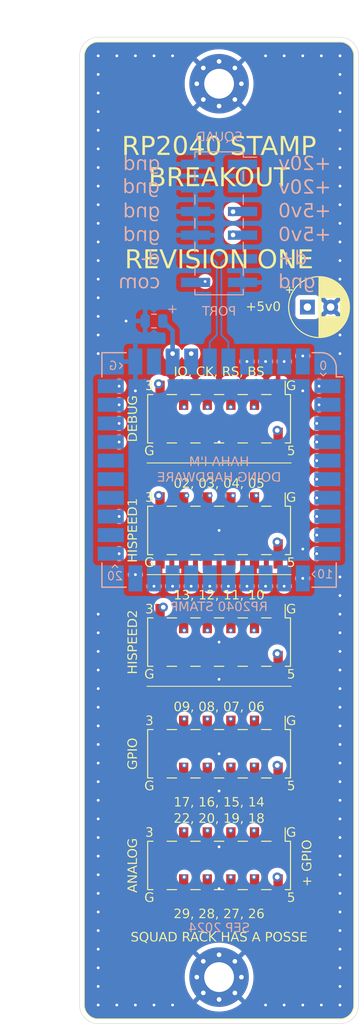
<source format=kicad_pcb>
(kicad_pcb (version 20240108) (generator "pcbnew") (generator_version "8.0")
  (layers (0 "F.Cu" signal) (1 "In1.Cu" signal) (2 "In2.Cu" signal) (31 "B.Cu" signal) (34 "B.Paste" user) (35 "F.Paste" user) (36 "B.SilkS" user "B.Silkscreen") (37 "F.SilkS" user "F.Silkscreen") (38 "B.Mask" user) (39 "F.Mask" user) (44 "Edge.Cuts" user))
  (net 0 "")
  (net 2 "VBUS")
  (net 3 "GND")
  (net 4 "/DP")
  (net 5 "/COMMON")
  (net 6 "+5V")
  (net 8 "/DN")
  (net 9 "+3.3V")
  (net 10 "/G05")
  (net 11 "/G03")
  (net 12 "/G04")
  (net 13 "/G02")
  (net 14 "/G10")
  (net 15 "/G11")
  (net 16 "/G12")
  (net 17 "/G13")
  (net 18 "/G16")
  (net 19 "/G06")
  (net 20 "/G07")
  (net 21 "/G14")
  (net 22 "/G17")
  (net 23 "/G08")
  (net 24 "/G15")
  (net 25 "/G09")
  (net 26 "/G26")
  (net 27 "/G29")
  (net 28 "/G22")
  (net 29 "/G20")
  (net 30 "/G19")
  (net 31 "/G27")
  (net 32 "/G28")
  (net 33 "/G18")
  (net 34 "/SWDIO")
  (net 35 "/BOOTSEL")
  (net 36 "/nRESET")
  (net 37 "/SWCLK")
  (net 38 "/G23")
  (net 39 "/G25")
  (net 40 "/G24")
  (footprint "MountingHole:MountingHole_3.2mm_M3_Pad_Via" (layer "F.Cu") (at 135 56)
    (property "Reference" "H1" (hide yes))
    (property "Value" "MountingHole_Pad")
    (pad "1" thru_hole circle (at -2.4 0) (size 0.8 0.8) (drill 0.5) (layers "*.Cu" "*.Mask") (net 3 "GND"))
    (pad "1" thru_hole circle (at -1.697056 -1.697056) (size 0.8 0.8) (drill 0.5) (layers "*.Cu" "*.Mask") (net 3 "GND"))
    (pad "1" thru_hole circle (at -1.697056 1.697056) (size 0.8 0.8) (drill 0.5) (layers "*.Cu" "*.Mask") (net 3 "GND"))
    (pad "1" thru_hole circle (at 0 -2.4) (size 0.8 0.8) (drill 0.5) (layers "*.Cu" "*.Mask") (net 3 "GND"))
    (pad "1" thru_hole circle (at 0 0) (size 6.4 6.4) (drill 3.2) (layers "*.Cu" "*.Mask") (net 3 "GND"))
    (pad "1" thru_hole circle (at 0 2.4) (size 0.8 0.8) (drill 0.5) (layers "*.Cu" "*.Mask") (net 3 "GND"))
    (pad "1" thru_hole circle (at 1.697056 -1.697056) (size 0.8 0.8) (drill 0.5) (layers "*.Cu" "*.Mask") (net 3 "GND"))
    (pad "1" thru_hole circle (at 1.697056 1.697056) (size 0.8 0.8) (drill 0.5) (layers "*.Cu" "*.Mask") (net 3 "GND"))
    (pad "1" thru_hole circle (at 2.4 0) (size 0.8 0.8) (drill 0.5) (layers "*.Cu" "*.Mask") (net 3 "GND"))
  )
  (footprint "Connector_PinHeader_2.54mm:PinHeader_2x06_P2.54mm_Vertical_SMD" (layer "F.Cu") (at 135 128 -90)
    (property "Reference" "J4" (hide yes))
    (property "Value" "Conn_02x06_Odd_Even")
    (pad "1" smd rect (at -2.525 -6.35 270) (size 3.15 1) (layers "F.Cu" "F.Paste" "F.Mask") (net 3 "GND"))
    (pad "2" smd rect (at 2.525 -6.35 270) (size 3.15 1) (layers "F.Cu" "F.Paste" "F.Mask") (net 6 "+5V"))
    (pad "3" smd rect (at -2.525 -3.81 270) (size 3.15 1) (layers "F.Cu" "F.Paste" "F.Mask") (net 19 "/G06"))
    (pad "4" smd rect (at 2.525 -3.81 270) (size 3.15 1) (layers "F.Cu" "F.Paste" "F.Mask") (net 21 "/G14"))
    (pad "5" smd rect (at -2.525 -1.27 270) (size 3.15 1) (layers "F.Cu" "F.Paste" "F.Mask") (net 20 "/G07"))
    (pad "6" smd rect (at 2.525 -1.27 270) (size 3.15 1) (layers "F.Cu" "F.Paste" "F.Mask") (net 24 "/G15"))
    (pad "7" smd rect (at -2.525 1.27 270) (size 3.15 1) (layers "F.Cu" "F.Paste" "F.Mask") (net 23 "/G08"))
    (pad "8" smd rect (at 2.525 1.27 270) (size 3.15 1) (layers "F.Cu" "F.Paste" "F.Mask") (net 18 "/G16"))
    (pad "9" smd rect (at -2.525 3.81 270) (size 3.15 1) (layers "F.Cu" "F.Paste" "F.Mask") (net 25 "/G09"))
    (pad "10" smd rect (at 2.525 3.81 270) (size 3.15 1) (layers "F.Cu" "F.Paste" "F.Mask") (net 22 "/G17"))
    (pad "11" smd rect (at -2.525 6.35 270) (size 3.15 1) (layers "F.Cu" "F.Paste" "F.Mask") (net 9 "+3.3V"))
    (pad "12" smd rect (at 2.525 6.35 270) (size 3.15 1) (layers "F.Cu" "F.Paste" "F.Mask") (net 3 "GND"))
  )
  (footprint "MountingHole:MountingHole_3.2mm_M3_Pad_Via" (layer "F.Cu") (at 135 152)
    (property "Reference" "H2" (hide yes))
    (property "Value" "MountingHole_Pad")
    (pad "1" thru_hole circle (at -2.4 0) (size 0.8 0.8) (drill 0.5) (layers "*.Cu" "*.Mask") (net 3 "GND"))
    (pad "1" thru_hole circle (at -1.697056 -1.697056) (size 0.8 0.8) (drill 0.5) (layers "*.Cu" "*.Mask") (net 3 "GND"))
    (pad "1" thru_hole circle (at -1.697056 1.697056) (size 0.8 0.8) (drill 0.5) (layers "*.Cu" "*.Mask") (net 3 "GND"))
    (pad "1" thru_hole circle (at 0 -2.4) (size 0.8 0.8) (drill 0.5) (layers "*.Cu" "*.Mask") (net 3 "GND"))
    (pad "1" thru_hole circle (at 0 0) (size 6.4 6.4) (drill 3.2) (layers "*.Cu" "*.Mask") (net 3 "GND"))
    (pad "1" thru_hole circle (at 0 2.4) (size 0.8 0.8) (drill 0.5) (layers "*.Cu" "*.Mask") (net 3 "GND"))
    (pad "1" thru_hole circle (at 1.697056 -1.697056) (size 0.8 0.8) (drill 0.5) (layers "*.Cu" "*.Mask") (net 3 "GND"))
    (pad "1" thru_hole circle (at 1.697056 1.697056) (size 0.8 0.8) (drill 0.5) (layers "*.Cu" "*.Mask") (net 3 "GND"))
    (pad "1" thru_hole circle (at 2.4 0) (size 0.8 0.8) (drill 0.5) (layers "*.Cu" "*.Mask") (net 3 "GND"))
  )
  (footprint "Capacitor_THT:CP_Radial_D6.3mm_P2.50mm" (layer "F.Cu") (at 144.5 80)
    (property "Reference" "C2" (hide yes))
    (property "Value" "C")
    (pad "1" thru_hole rect (at 0 0) (size 1.6 1.6) (drill 0.8) (layers "*.Cu" "*.Mask") (net 6 "+5V"))
    (pad "2" thru_hole circle (at 2.5 0) (size 1.6 1.6) (drill 0.8) (layers "*.Cu" "*.Mask") (net 3 "GND"))
  )
  (footprint "Connector_PinHeader_2.54mm:PinHeader_2x06_P2.54mm_Vertical_SMD" (layer "F.Cu") (at 135 104 -90)
    (property "Reference" "J2" (hide yes))
    (property "Value" "Conn_02x06_Odd_Even")
    (pad "1" smd rect (at -2.525 -6.35 270) (size 3.15 1) (layers "F.Cu" "F.Paste" "F.Mask") (net 3 "GND"))
    (pad "2" smd rect (at 2.525 -6.35 270) (size 3.15 1) (layers "F.Cu" "F.Paste" "F.Mask") (net 6 "+5V"))
    (pad "3" smd rect (at -2.525 -3.81 270) (size 3.15 1) (layers "F.Cu" "F.Paste" "F.Mask") (net 10 "/G05"))
    (pad "4" smd rect (at 2.525 -3.81 270) (size 3.15 1) (layers "F.Cu" "F.Paste" "F.Mask") (net 3 "GND"))
    (pad "5" smd rect (at -2.525 -1.27 270) (size 3.15 1) (layers "F.Cu" "F.Paste" "F.Mask") (net 12 "/G04"))
    (pad "6" smd rect (at 2.525 -1.27 270) (size 3.15 1) (layers "F.Cu" "F.Paste" "F.Mask") (net 3 "GND"))
    (pad "7" smd rect (at -2.525 1.27 270) (size 3.15 1) (layers "F.Cu" "F.Paste" "F.Mask") (net 11 "/G03"))
    (pad "8" smd rect (at 2.525 1.27 270) (size 3.15 1) (layers "F.Cu" "F.Paste" "F.Mask") (net 3 "GND"))
    (pad "9" smd rect (at -2.525 3.81 270) (size 3.15 1) (layers "F.Cu" "F.Paste" "F.Mask") (net 13 "/G02"))
    (pad "10" smd rect (at 2.525 3.81 270) (size 3.15 1) (layers "F.Cu" "F.Paste" "F.Mask") (net 3 "GND"))
    (pad "11" smd rect (at -2.525 6.35 270) (size 3.15 1) (layers "F.Cu" "F.Paste" "F.Mask") (net 9 "+3.3V"))
    (pad "12" smd rect (at 2.525 6.35 270) (size 3.15 1) (layers "F.Cu" "F.Paste" "F.Mask") (net 3 "GND"))
  )
  (footprint "Connector_PinHeader_2.54mm:PinHeader_2x06_P2.54mm_Vertical_SMD" (layer "F.Cu") (at 135 116 -90)
    (property "Reference" "J3" (hide yes))
    (property "Value" "Conn_02x06_Odd_Even")
    (pad "1" smd rect (at -2.525 -6.35 270) (size 3.15 1) (layers "F.Cu" "F.Paste" "F.Mask") (net 3 "GND"))
    (pad "2" smd rect (at 2.525 -6.35 270) (size 3.15 1) (layers "F.Cu" "F.Paste" "F.Mask") (net 6 "+5V"))
    (pad "3" smd rect (at -2.525 -3.81 270) (size 3.15 1) (layers "F.Cu" "F.Paste" "F.Mask") (net 14 "/G10"))
    (pad "4" smd rect (at 2.525 -3.81 270) (size 3.15 1) (layers "F.Cu" "F.Paste" "F.Mask") (net 3 "GND"))
    (pad "5" smd rect (at -2.525 -1.27 270) (size 3.15 1) (layers "F.Cu" "F.Paste" "F.Mask") (net 15 "/G11"))
    (pad "6" smd rect (at 2.525 -1.27 270) (size 3.15 1) (layers "F.Cu" "F.Paste" "F.Mask") (net 3 "GND"))
    (pad "7" smd rect (at -2.525 1.27 270) (size 3.15 1) (layers "F.Cu" "F.Paste" "F.Mask") (net 16 "/G12"))
    (pad "8" smd rect (at 2.525 1.27 270) (size 3.15 1) (layers "F.Cu" "F.Paste" "F.Mask") (net 3 "GND"))
    (pad "9" smd rect (at -2.525 3.81 270) (size 3.15 1) (layers "F.Cu" "F.Paste" "F.Mask") (net 17 "/G13"))
    (pad "10" smd rect (at 2.525 3.81 270) (size 3.15 1) (layers "F.Cu" "F.Paste" "F.Mask") (net 3 "GND"))
    (pad "11" smd rect (at -2.525 6.35 270) (size 3.15 1) (layers "F.Cu" "F.Paste" "F.Mask") (net 9 "+3.3V"))
    (pad "12" smd rect (at 2.525 6.35 270) (size 3.15 1) (layers "F.Cu" "F.Paste" "F.Mask") (net 3 "GND"))
  )
  (footprint "Connector_PinHeader_2.54mm:PinHeader_2x06_P2.54mm_Vertical_SMD" (layer "F.Cu") (at 135 140 -90)
    (property "Reference" "J5" (hide yes))
    (property "Value" "Conn_02x06_Odd_Even")
    (pad "1" smd rect (at -2.525 -6.35 270) (size 3.15 1) (layers "F.Cu" "F.Paste" "F.Mask") (net 3 "GND"))
    (pad "2" smd rect (at 2.525 -6.35 270) (size 3.15 1) (layers "F.Cu" "F.Paste" "F.Mask") (net 6 "+5V"))
    (pad "3" smd rect (at -2.525 -3.81 270) (size 3.15 1) (layers "F.Cu" "F.Paste" "F.Mask") (net 33 "/G18"))
    (pad "4" smd rect (at 2.525 -3.81 270) (size 3.15 1) (layers "F.Cu" "F.Paste" "F.Mask") (net 26 "/G26"))
    (pad "5" smd rect (at -2.525 -1.27 270) (size 3.15 1) (layers "F.Cu" "F.Paste" "F.Mask") (net 30 "/G19"))
    (pad "6" smd rect (at 2.525 -1.27 270) (size 3.15 1) (layers "F.Cu" "F.Paste" "F.Mask") (net 31 "/G27"))
    (pad "7" smd rect (at -2.525 1.27 270) (size 3.15 1) (layers "F.Cu" "F.Paste" "F.Mask") (net 29 "/G20"))
    (pad "8" smd rect (at 2.525 1.27 270) (size 3.15 1) (layers "F.Cu" "F.Paste" "F.Mask") (net 32 "/G28"))
    (pad "9" smd rect (at -2.525 3.81 270) (size 3.15 1) (layers "F.Cu" "F.Paste" "F.Mask") (net 28 "/G22"))
    (pad "10" smd rect (at 2.525 3.81 270) (size 3.15 1) (layers "F.Cu" "F.Paste" "F.Mask") (net 27 "/G29"))
    (pad "11" smd rect (at -2.525 6.35 270) (size 3.15 1) (layers "F.Cu" "F.Paste" "F.Mask") (net 9 "+3.3V"))
    (pad "12" smd rect (at 2.525 6.35 270) (size 3.15 1) (layers "F.Cu" "F.Paste" "F.Mask") (net 3 "GND"))
  )
  (footprint "Connector_PinHeader_2.54mm:PinHeader_2x06_P2.54mm_Vertical_SMD" (layer "F.Cu") (at 135 92 -90)
    (property "Reference" "J6" (hide yes))
    (property "Value" "Conn_02x06_Odd_Even")
    (pad "1" smd rect (at -2.525 -6.35 270) (size 3.15 1) (layers "F.Cu" "F.Paste" "F.Mask") (net 3 "GND"))
    (pad "2" smd rect (at 2.525 -6.35 270) (size 3.15 1) (layers "F.Cu" "F.Paste" "F.Mask") (net 6 "+5V"))
    (pad "3" smd rect (at -2.525 -3.81 270) (size 3.15 1) (layers "F.Cu" "F.Paste" "F.Mask") (net 35 "/BOOTSEL"))
    (pad "4" smd rect (at 2.525 -3.81 270) (size 3.15 1) (layers "F.Cu" "F.Paste" "F.Mask") (net 3 "GND"))
    (pad "5" smd rect (at -2.525 -1.27 270) (size 3.15 1) (layers "F.Cu" "F.Paste" "F.Mask") (net 36 "/nRESET"))
    (pad "6" smd rect (at 2.525 -1.27 270) (size 3.15 1) (layers "F.Cu" "F.Paste" "F.Mask") (net 3 "GND"))
    (pad "7" smd rect (at -2.525 1.27 270) (size 3.15 1) (layers "F.Cu" "F.Paste" "F.Mask") (net 37 "/SWCLK"))
    (pad "8" smd rect (at 2.525 1.27 270) (size 3.15 1) (layers "F.Cu" "F.Paste" "F.Mask") (net 3 "GND"))
    (pad "9" smd rect (at -2.525 3.81 270) (size 3.15 1) (layers "F.Cu" "F.Paste" "F.Mask") (net 34 "/SWDIO"))
    (pad "10" smd rect (at 2.525 3.81 270) (size 3.15 1) (layers "F.Cu" "F.Paste" "F.Mask") (net 3 "GND"))
    (pad "11" smd rect (at -2.525 6.35 270) (size 3.15 1) (layers "F.Cu" "F.Paste" "F.Mask") (net 9 "+3.3V"))
    (pad "12" smd rect (at 2.525 6.35 270) (size 3.15 1) (layers "F.Cu" "F.Paste" "F.Mask") (net 3 "GND"))
  )
  (footprint "Capacitor_SMD:C_0805_2012Metric" (layer "B.Cu") (at 128 81.5 180)
    (property "Reference" "C1" (hide yes))
    (property "Value" "C")
    (pad "1" smd roundrect (at -0.95 0 180) (size 1 1.45) (layers "B.Cu" "B.Paste" "B.Mask") (net 6 "+5V"))
    (pad "2" smd roundrect (at 0.95 0 180) (size 1 1.45) (layers "B.Cu" "B.Paste" "B.Mask") (net 3 "GND"))
  )
  (footprint "RP2xxx_Stamp:RP2xxx_Stamp_SMD" (layer "B.Cu") (at 135 97.5 180)
    (property "Reference" "U1" (hide yes))
    (property "Value" "RP2040_Stamp")
    (fp_text user "0" (at -11.2 11.2 0) (layer "B.SilkS") (effects (font (size 0.9 0.9) (thickness 0.12)) (justify mirror)))
    (fp_text user "10" (at -11.4 -11.2 0) (layer "B.SilkS") (effects (font (size 0.9 0.9) (thickness 0.12)) (justify mirror)))
    (fp_text user "G" (at 11.4 11.2 0) (layer "B.SilkS") (effects (font (size 0.9 0.9) (thickness 0.12)) (justify mirror)))
    (fp_text user "20" (at 11.2 -11.4 0) (layer "B.SilkS") (effects (font (size 0.9 0.9) (thickness 0.12)) (justify mirror)))
    (pad "1" smd rect (at -11.65 9 180) (size 2.8 1.5) (layers "B.Cu" "B.Paste" "B.Mask") (net 5 "/COMMON"))
    (pad "2" smd rect (at -11.65 7 180) (size 2.8 1.5) (layers "B.Cu" "B.Paste" "B.Mask") (net 5 "/COMMON"))
    (pad "3" smd rect (at -11.65 5 180) (size 2.8 1.5) (layers "B.Cu" "B.Paste" "B.Mask") (net 13 "/G02"))
    (pad "4" smd rect (at -11.65 3 180) (size 2.8 1.5) (layers "B.Cu" "B.Paste" "B.Mask") (net 11 "/G03"))
    (pad "5" smd rect (at -11.65 1 180) (size 2.8 1.5) (layers "B.Cu" "B.Paste" "B.Mask") (net 12 "/G04"))
    (pad "6" smd rect (at -11.65 -1 180) (size 2.8 1.5) (layers "B.Cu" "B.Paste" "B.Mask") (net 10 "/G05"))
    (pad "7" smd rect (at -11.65 -3 180) (size 2.8 1.5) (layers "B.Cu" "B.Paste" "B.Mask") (net 19 "/G06"))
    (pad "8" smd rect (at -11.65 -5 180) (size 2.8 1.5) (layers "B.Cu" "B.Paste" "B.Mask") (net 20 "/G07"))
    (pad "9" smd rect (at -11.65 -7 180) (size 2.8 1.5) (layers "B.Cu" "B.Paste" "B.Mask") (net 23 "/G08"))
    (pad "10" smd rect (at -11.65 -9 180) (size 2.8 1.5) (layers "B.Cu" "B.Paste" "B.Mask") (net 25 "/G09"))
    (pad "11" smd rect (at -9 -11.65 270) (size 2.8 1.5) (layers "B.Cu" "B.Paste" "B.Mask") (net 14 "/G10"))
    (pad "12" smd rect (at -7 -11.65 270) (size 2.8 1.5) (layers "B.Cu" "B.Paste" "B.Mask") (net 15 "/G11"))
    (pad "13" smd rect (at -5 -11.65 270) (size 2.8 1.5) (layers "B.Cu" "B.Paste" "B.Mask") (net 16 "/G12"))
    (pad "14" smd rect (at -3 -11.65 270) (size 2.8 1.5) (layers "B.Cu" "B.Paste" "B.Mask") (net 17 "/G13"))
    (pad "15" smd rect (at -1 -11.65 270) (size 2.8 1.5) (layers "B.Cu" "B.Paste" "B.Mask") (net 21 "/G14"))
    (pad "16" smd rect (at 1 -11.65 270) (size 2.8 1.5) (layers "B.Cu" "B.Paste" "B.Mask") (net 24 "/G15"))
    (pad "17" smd rect (at 3 -11.65 270) (size 2.8 1.5) (layers "B.Cu" "B.Paste" "B.Mask") (net 18 "/G16"))
    (pad "18" smd rect (at 5 -11.65 270) (size 2.8 1.5) (layers "B.Cu" "B.Paste" "B.Mask") (net 22 "/G17"))
    (pad "19" smd rect (at 7 -11.65 270) (size 2.8 1.5) (layers "B.Cu" "B.Paste" "B.Mask") (net 33 "/G18"))
    (pad "20" smd rect (at 9 -11.65 270) (size 2.8 1.5) (layers "B.Cu" "B.Paste" "B.Mask") (net 30 "/G19"))
    (pad "21" smd rect (at 11.65 -9 180) (size 2.8 1.5) (layers "B.Cu" "B.Paste" "B.Mask") (net 29 "/G20"))
    (pad "22" smd rect (at 11.65 -7 180) (size 2.8 1.5) (layers "B.Cu" "B.Paste" "B.Mask"))
    (pad "23" smd rect (at 11.65 -5 180) (size 2.8 1.5) (layers "B.Cu" "B.Paste" "B.Mask") (net 28 "/G22"))
    (pad "24" smd rect (at 11.65 -3 180) (size 2.8 1.5) (layers "B.Cu" "B.Paste" "B.Mask") (net 38 "/G23"))
    (pad "25" smd rect (at 11.65 -1 180) (size 2.8 1.5) (layers "B.Cu" "B.Paste" "B.Mask") (net 40 "/G24"))
    (pad "26" smd rect (at 11.65 1 180) (size 2.8 1.5) (layers "B.Cu" "B.Paste" "B.Mask") (net 39 "/G25"))
    (pad "27" smd rect (at 11.65 3 180) (size 2.8 1.5) (layers "B.Cu" "B.Paste" "B.Mask") (net 26 "/G26"))
    (pad "28" smd rect (at 11.65 5 180) (size 2.8 1.5) (layers "B.Cu" "B.Paste" "B.Mask") (net 31 "/G27"))
    (pad "29" smd rect (at 11.65 7 180) (size 2.8 1.5) (layers "B.Cu" "B.Paste" "B.Mask") (net 32 "/G28"))
    (pad "30" smd rect (at 11.65 9 180) (size 2.8 1.5) (layers "B.Cu" "B.Paste" "B.Mask") (net 27 "/G29"))
    (pad "31" smd rect (at 9 11.65 270) (size 2.8 1.5) (layers "B.Cu" "B.Paste" "B.Mask") (net 3 "GND"))
    (pad "32" smd rect (at 7 11.65 270) (size 2.8 1.5) (layers "B.Cu" "B.Paste" "B.Mask"))
    (pad "33" smd rect (at 5 11.65 270) (size 2.8 1.5) (layers "B.Cu" "B.Paste" "B.Mask") (net 6 "+5V"))
    (pad "34" smd rect (at 3 11.65 270) (size 2.8 1.5) (layers "B.Cu" "B.Paste" "B.Mask") (net 9 "+3.3V"))
    (pad "35" smd rect (at 1 11.65 270) (size 2.8 1.5) (layers "B.Cu" "B.Paste" "B.Mask") (net 8 "/DN"))
    (pad "36" smd rect (at -1 11.65 270) (size 2.8 1.5) (layers "B.Cu" "B.Paste" "B.Mask") (net 4 "/DP"))
    (pad "37" smd rect (at -3 11.65 270) (size 2.8 1.5) (layers "B.Cu" "B.Paste" "B.Mask") (net 34 "/SWDIO"))
    (pad "38" smd rect (at -5 11.65 270) (size 2.8 1.5) (layers "B.Cu" "B.Paste" "B.Mask") (net 37 "/SWCLK"))
    (pad "39" smd rect (at -7 11.65 270) (size 2.8 1.5) (layers "B.Cu" "B.Paste" "B.Mask") (net 36 "/nRESET"))
    (pad "40" smd rect (at -9 11.65 270) (size 2.8 1.5) (layers "B.Cu" "B.Paste" "B.Mask") (net 35 "/BOOTSEL"))
  )
  (footprint "Connector_PinHeader_2.54mm:PinHeader_2x06_P2.54mm_Vertical_SMD" (layer "B.Cu") (at 135 71 180)
    (property "Reference" "J1" (hide yes))
    (property "Value" "Conn_02x06_Odd_Even")
    (pad "1" smd rect (at -2.525 6.35 180) (size 3.15 1) (layers "B.Cu" "B.Paste" "B.Mask") (net 2 "VBUS"))
    (pad "2" smd rect (at 2.525 6.35 180) (size 3.15 1) (layers "B.Cu" "B.Paste" "B.Mask") (net 3 "GND"))
    (pad "3" smd rect (at -2.525 3.81 180) (size 3.15 1) (layers "B.Cu" "B.Paste" "B.Mask") (net 2 "VBUS"))
    (pad "4" smd rect (at 2.525 3.81 180) (size 3.15 1) (layers "B.Cu" "B.Paste" "B.Mask") (net 3 "GND"))
    (pad "5" smd rect (at -2.525 1.27 180) (size 3.15 1) (layers "B.Cu" "B.Paste" "B.Mask") (net 6 "+5V"))
    (pad "6" smd rect (at 2.525 1.27 180) (size 3.15 1) (layers "B.Cu" "B.Paste" "B.Mask") (net 3 "GND"))
    (pad "7" smd rect (at -2.525 -1.27 180) (size 3.15 1) (layers "B.Cu" "B.Paste" "B.Mask") (net 6 "+5V"))
    (pad "8" smd rect (at 2.525 -1.27 180) (size 3.15 1) (layers "B.Cu" "B.Paste" "B.Mask") (net 3 "GND"))
    (pad "9" smd rect (at -2.525 -3.81 180) (size 3.15 1) (layers "B.Cu" "B.Paste" "B.Mask") (net 4 "/DP"))
    (pad "10" smd rect (at 2.525 -3.81 180) (size 3.15 1) (layers "B.Cu" "B.Paste" "B.Mask") (net 8 "/DN"))
    (pad "11" smd rect (at -2.525 -6.35 180) (size 3.15 1) (layers "B.Cu" "B.Paste" "B.Mask") (net 3 "GND"))
    (pad "12" smd rect (at 2.525 -6.35 180) (size 3.15 1) (layers "B.Cu" "B.Paste" "B.Mask") (net 5 "/COMMON"))
  )
  (gr_line (start 127.25 96.75) (end 142.75 96.75) (stroke (width 0.1)) (layer "F.SilkS"))
  (gr_line (start 148 156.5) (end 122 156.5) (stroke (width 0.1)) (layer "F.SilkS"))
  (gr_line (start 127.25 108.75) (end 142.75 108.75) (stroke (width 0.1)) (layer "F.SilkS"))
  (gr_arc (start 120.5 53) (mid 120.93934 51.93934) (end 122 51.5) (stroke (width 0.1)) (layer "F.SilkS"))
  (gr_arc (start 148 51.5) (mid 149.06066 51.93934) (end 149.5 53) (stroke (width 0.1)) (layer "F.SilkS"))
  (gr_line (start 149.5 155) (end 149.5 53) (stroke (width 0.1)) (layer "F.SilkS"))
  (gr_line (start 122 51.5) (end 148 51.5) (stroke (width 0.1)) (layer "F.SilkS"))
  (gr_line (start 127.25 120.75) (end 142.75 120.75) (stroke (width 0.1)) (layer "F.SilkS"))
  (gr_line (start 120.5 155) (end 120.5 53) (stroke (width 0.1)) (layer "F.SilkS"))
  (gr_arc (start 149.5 155) (mid 149.06066 156.06066) (end 148 156.5) (stroke (width 0.1)) (layer "F.SilkS"))
  (gr_arc (start 122 156.5) (mid 120.93934 156.06066) (end 120.5 155) (stroke (width 0.1)) (layer "F.SilkS"))
  (gr_arc (start 120 53) (mid 120.585786 51.585786) (end 122 51) (stroke (width 0.05)) (layer "Edge.Cuts"))
  (gr_arc (start 148 51) (mid 149.414214 51.585786) (end 150 53) (stroke (width 0.05)) (layer "Edge.Cuts"))
  (gr_line (start 120 155) (end 120 53) (stroke (width 0.05)) (layer "Edge.Cuts"))
  (gr_line (start 150 53) (end 150 155) (stroke (width 0.05)) (layer "Edge.Cuts"))
  (gr_line (start 148 157) (end 122 157) (stroke (width 0.05)) (layer "Edge.Cuts"))
  (gr_line (start 122 51) (end 148 51) (stroke (width 0.05)) (layer "Edge.Cuts"))
  (gr_arc (start 122 157) (mid 120.585786 156.414214) (end 120 155) (stroke (width 0.05)) (layer "Edge.Cuts"))
  (gr_arc (start 150 155) (mid 149.414214 156.414214) (end 148 157) (stroke (width 0.05)) (layer "Edge.Cuts"))
  (gr_text "gnd" (at 141.365 77.35 0) (layer "B.SilkS") (effects (font (size 1.5 1.5) (thickness 0.1)) (justify right mirror)))
  (gr_text "+5v0" (at 141.365 69.73 0) (layer "B.SilkS") (effects (font (size 1.5 1.5) (thickness 0.1)) (justify right mirror)))
  (gr_text "+20v" (at 141.365 64.65 0) (layer "B.SilkS") (effects (font (size 1.5 1.5) (thickness 0.1)) (justify right mirror)))
  (gr_text "d+" (at 141.365 74.81 0) (layer "B.SilkS") (effects (font (size 1.5 1.5) (thickness 0.1)) (justify right mirror)))
  (gr_text "RP2040 STAMP" (at 135 112.25 0) (layer "B.SilkS") (effects (font (size 1 1) (thickness 0.1)) (justify mirror)))
  (gr_text "gnd" (at 128.665 64.65 0) (layer "B.SilkS") (effects (font (size 1.5 1.5) (thickness 0.1)) (justify left mirror)))
  (gr_text "SQUAD" (at 135 61.75 0) (layer "B.SilkS") (effects (font (size 1 1) (thickness 0.1)) (justify mirror)))
  (gr_text "SEP 2024" (at 135 146.75 0) (layer "B.SilkS") (effects (font (size 1 1) (thickness 0.1)) (justify mirror)))
  (gr_text "PORT" (at 135 80.5 0) (layer "B.SilkS") (effects (font (size 1 1) (thickness 0.1)) (justify mirror)))
  (gr_text "HAHA I'M\nDOING HARDWARE" (at 135 97.5 0) (layer "B.SilkS") (effects (font (size 1 1) (thickness 0.1)) (justify mirror)))
  (gr_text "+20v" (at 141.365 67.19 0) (layer "B.SilkS") (effects (font (size 1.5 1.5) (thickness 0.1)) (justify right mirror)))
  (gr_text "+" (at 130 80.25 -0) (layer "B.SilkS") (effects (font (size 1 1) (thickness 0.1)) (justify mirror)))
  (gr_text "gnd" (at 128.617565 67.123347 0) (layer "B.SilkS") (effects (font (size 1.5 1.5) (thickness 0.1)) (justify left mirror)))
  (gr_text "d-" (at 128.665 74.81 0) (layer "B.SilkS") (effects (font (size 1.5 1.5) (thickness 0.1)) (justify left mirror)))
  (gr_text "+5v0" (at 141.365 72.27 0) (layer "B.SilkS") (effects (font (size 1.5 1.5) (thickness 0.1)) (justify right mirror)))
  (gr_text "com" (at 128.665 77.35 0) (layer "B.SilkS") (effects (font (size 1.5 1.5) (thickness 0.1)) (justify left mirror)))
  (gr_text "gnd" (at 128.665 72.27 0) (layer "B.SilkS") (effects (font (size 1.5 1.5) (thickness 0.1)) (justify left mirror)))
  (gr_text "gnd" (at 128.665 69.73 0) (layer "B.SilkS") (effects (font (size 1.5 1.5) (thickness 0.1)) (justify left mirror)))
  (gr_text "22, 20, 19, 18" (at 135 135 0) (layer "F.SilkS") (effects (font (size 1 1) (thickness 0.1))))
  (gr_text "G" (at 142.75 136.5 0) (layer "F.SilkS") (effects (font (size 1 1) (thickness 0.1))))
  (gr_text "DEBUG" (at 125.75 92 90) (layer "F.SilkS") (effects (font (size 1 1) (thickness 0.1))))
  (gr_text "+5v0" (at 139.75 80 0) (layer "F.SilkS") (effects (font (size 1 1) (thickness 0.1))))
  (gr_text "3" (at 127.5 100.5 0) (layer "F.SilkS") (effects (font (size 1 1) (thickness 0.1))))
  (gr_text "ANALOG" (at 125.75 140 90) (layer "F.SilkS") (effects (font (size 1 1) (thickness 0.1))))
  (gr_text "GPIO" (at 125.75 128 90) (layer "F.SilkS") (effects (font (size 1 1) (thickness 0.1))))
  (gr_text "G" (at 142.75 124.5 0) (layer "F.SilkS") (effects (font (size 1 1) (thickness 0.1))))
  (gr_text "+ GPIO" (at 144.5 139.75 90) (layer "F.SilkS") (effects (font (size 1 1) (thickness 0.1))))
  (gr_text "29, 28, 27, 26" (at 135 145.25 0) (layer "F.SilkS") (effects (font (size 1 1) (thickness 0.1))))
  (gr_text "G" (at 127.5 119.5 0) (layer "F.SilkS") (effects (font (size 1 1) (thickness 0.1))))
  (gr_text "SQUAD RACK HAS A POSSE" (at 135 147.75 0) (layer "F.SilkS") (effects (font (size 1 1) (thickness 0.1))))
  (gr_text "IO, CK, RS, BS" (at 135 87 0) (layer "F.SilkS") (effects (font (size 1 1) (thickness 0.1))))
  (gr_text "G" (at 127.5 131.5 0) (layer "F.SilkS") (effects (font (size 1 1) (thickness 0.1))))
  (gr_text "G" (at 142.75 112.5 0) (layer "F.SilkS") (effects (font (size 1 1) (thickness 0.1))))
  (gr_text "REVISION ONE" (at 135 75 0) (layer "F.SilkS") (effects (font (size 2 2) (thickness 0.1))))
  (gr_text "09, 08, 07, 06" (at 135 123 0) (layer "F.SilkS") (effects (font (size 1 1) (thickness 0.1))))
  (gr_text "G" (at 127.5 107.5 0) (layer "F.SilkS") (effects (font (size 1 1) (thickness 0.1))))
  (gr_text "5" (at 142.75 95.5 0) (layer "F.SilkS") (effects (font (size 1 1) (thickness 0.1))))
  (gr_text "3" (at 127.5 112.5 0) (layer "F.SilkS") (effects (font (size 1 1) (thickness 0.1))))
  (gr_text "5" (at 142.75 131.5 0) (layer "F.SilkS") (effects (font (size 1 1) (thickness 0.1))))
  (gr_text "G" (at 127.5 143.5 0) (layer "F.SilkS") (effects (font (size 1 1) (thickness 0.1))))
  (gr_text "HISPEED1" (at 125.75 104 90) (layer "F.SilkS") (effects (font (size 1 1) (thickness 0.1))))
  (gr_text "RP2040 STAMP\nBREAKOUT" (at 135 64.5 0) (layer "F.SilkS") (effects (font (size 2 2) (thickness 0.1))))
  (gr_text "02, 03, 04, 05" (at 135 99 0) (layer "F.SilkS") (effects (font (size 1 1) (thickness 0.1))))
  (gr_text "HISPEED2" (at 125.75 116 90) (layer "F.SilkS") (effects (font (size 1 1) (thickness 0.1))))
  (gr_text "13, 12, 11, 10" (at 135 111 0) (layer "F.SilkS") (effects (font (size 1 1) (thickness 0.1))))
  (gr_text "5" (at 142.75 119.5 0) (layer "F.SilkS") (effects (font (size 1 1) (thickness 0.1))))
  (gr_text "G" (at 142.75 100.5 0) (layer "F.SilkS") (effects (font (size 1 1) (thickness 0.1))))
  (gr_text "3" (at 127.5 136.5 0) (layer "F.SilkS") (effects (font (size 1 1) (thickness 0.1))))
  (gr_text "3" (at 127.5 124.5 0) (layer "F.SilkS") (effects (font (size 1 1) (thickness 0.1))))
  (gr_text "17, 16, 15, 14" (at 135 133.25 0) (layer "F.SilkS") (effects (font (size 1 1) (thickness 0.1))))
  (gr_text "G" (at 142.75 88.5 0) (layer "F.SilkS") (effects (font (size 1 1) (thickness 0.1))))
  (gr_text "3" (at 127.5 88.5 0) (layer "F.SilkS") (effects (font (size 1 1) (thickness 0.1))))
  (gr_text "5" (at 142.75 143.5 0) (layer "F.SilkS") (effects (font (size 1 1) (thickness 0.1))))
  (gr_text "5" (at 142.75 107.5 0) (layer "F.SilkS") (effects (font (size 1 1) (thickness 0.1))))
  (gr_text "G" (at 127.5 95.5 0) (layer "F.SilkS") (effects (font (size 1 1) (thickness 0.1))))
  (segment (start 137.525 67.19) (end 137.525 64.65) (width 0.5) (layer "B.Cu") (net 2))
  (via (at 122 121) (size 0.6) (drill 0.3) (layers "F.Cu" "B.Cu") (net 3))
  (via (at 122 77) (size 0.6) (drill 0.3) (layers "F.Cu" "B.Cu") (net 3))
  (via (at 128 53) (size 0.6) (drill 0.3) (layers "F.Cu" "B.Cu") (net 3))
  (via (at 122 137) (size 0.6) (drill 0.3) (layers "F.Cu" "B.Cu") (net 3))
  (via (at 148 119) (size 0.6) (drill 0.3) (layers "F.Cu" "B.Cu") (net 3))
  (via (at 122 113) (size 0.6) (drill 0.3) (layers "F.Cu" "B.Cu") (net 3))
  (via (at 122 127) (size 0.6) (drill 0.3) (layers "F.Cu" "B.Cu") (net 3))
  (via (at 142 155) (size 0.6) (drill 0.3) (layers "F.Cu" "B.Cu") (net 3))
  (via (at 122 67) (size 0.6) (drill 0.3) (layers "F.Cu" "B.Cu") (net 3))
  (via (at 148 115) (size 0.6) (drill 0.3) (layers "F.Cu" "B.Cu") (net 3))
  (via (at 122 53) (size 0.6) (drill 0.3) (layers "F.Cu" "B.Cu") (net 3))
  (via (at 148 75) (size 0.6) (drill 0.3) (layers "F.Cu" "B.Cu") (net 3))
  (via (at 135 132) (size 0.6) (drill 0.3) (layers "F.Cu" "B.Cu") (net 3))
  (via (at 148 53) (size 0.6) (drill 0.3) (layers "F.Cu" "B.Cu") (net 3))
  (via (at 148 123) (size 0.6) (drill 0.3) (layers "F.Cu" "B.Cu") (net 3))
  (via (at 122 133) (size 0.6) (drill 0.3) (layers "F.Cu" "B.Cu") (net 3))
  (via (at 122 79) (size 0.6) (drill 0.3) (layers "F.Cu" "B.Cu") (net 3))
  (via (at 148 147) (size 0.6) (drill 0.3) (layers "F.Cu" "B.Cu") (net 3))
  (via (at 144 53) (size 0.6) (drill 0.3) (layers "F.Cu" "B.Cu") (net 3))
  (via (at 122 153) (size 0.6) (drill 0.3) (layers "F.Cu" "B.Cu") (net 3))
  (via (at 148 65) (size 0.6) (drill 0.3) (layers "F.Cu" "B.Cu") (net 3))
  (via (at 122 69) (size 0.6) (drill 0.3) (layers "F.Cu" "B.Cu") (net 3))
  (via (at 124 155) (size 0.6) (drill 0.3) (layers "F.Cu" "B.Cu") (net 3))
  (via (at 122 141) (size 0.6) (drill 0.3) (layers "F.Cu" "B.Cu") (net 3))
  (via (at 148 135) (size 0.6) (drill 0.3) (layers "F.Cu" "B.Cu") (net 3))
  (via (at 148 149) (size 0.6) (drill 0.3) (layers "F.Cu" "B.Cu") (net 3))
  (via (at 148 111) (size 0.6) (drill 0.3) (layers "F.Cu" "B.Cu") (net 3))
  (via (at 122 139) (size 0.6) (drill 0.3) (layers "F.Cu" "B.Cu") (net 3))
  (via (at 122 119) (size 0.6) (drill 0.3) (layers "F.Cu" "B.Cu") (net 3))
  (via (at 140 53) (size 0.6) (drill 0.3) (layers "F.Cu" "B.Cu") (net 3))
  (via (at 146 155) (size 0.6) (drill 0.3) (layers "F.Cu" "B.Cu") (net 3))
  (via (at 135 138) (size 0.6) (drill 0.3) (layers "F.Cu" "B.Cu") (net 3))
  (via (at 122 55) (size 0.6) (drill 0.3) (layers "F.Cu" "B.Cu") (net 3))
  (via (at 122 61) (size 0.6) (drill 0.3) (layers "F.Cu" "B.Cu") (net 3))
  (via (at 130 155) (size 0.6) (drill 0.3) (layers "F.Cu" "B.Cu") (net 3))
  (via (at 148 155) (size 0.6) (drill 0.3) (layers "F.Cu" "B.Cu") (net 3))
  (via (at 135 94.5) (size 0.6) (drill 0.3) (layers "F.Cu" "B.Cu") (net 3))
  (via (at 122 135) (size 0.6) (drill 0.3) (layers "F.Cu" "B.Cu") (net 3))
  (via (at 148 125) (size 0.6) (drill 0.3) (layers "F.Cu" "B.Cu") (net 3))
  (via (at 122 131) (size 0.6) (drill 0.3) (layers "F.Cu" "B.Cu") (net 3))
  (via (at 148 153) (size 0.6) (drill 0.3) (layers "F.Cu" "B.Cu") (net 3))
  (via (at 148 143) (size 0.6) (drill 0.3) (layers "F.Cu" "B.Cu") (net 3))
  (via (at 135 116) (size 0.6) (drill 0.3) (layers "F.Cu" "B.Cu") (net 3))
  (via (at 122 57) (size 0.6) (drill 0.3) (layers "F.Cu" "B.Cu") (net 3))
  (via (at 125 81.5) (size 0.6) (drill 0.3) (layers "F.Cu" "B.Cu") (net 3))
  (via (at 135 120) (size 0.6) (drill 0.3) (layers "F.Cu" "B.Cu") (net 3))
  (via (at 122 115) (size 0.6) (drill 0.3) (layers "F.Cu" "B.Cu") (net 3))
  (via (at 140 155) (size 0.6) (drill 0.3) (layers "F.Cu" "B.Cu") (net 3))
  (via (at 142 53) (size 0.6) (drill 0.3) (layers "F.Cu" "B.Cu") (net 3))
  (via (at 148 127) (size 0.6) (drill 0.3) (layers "F.Cu" "B.Cu") (net 3))
  (via (at 148 109) (size 0.6) (drill 0.3) (layers "F.Cu" "B.Cu") (net 3))
  (via (at 148 129) (size 0.6) (drill 0.3) (layers "F.Cu" "B.Cu") (net 3))
  (via (at 148 83) (size 0.6) (drill 0.3) (layers "F.Cu" "B.Cu") (net 3))
  (via (at 122 71) (size 0.6) (drill 0.3) (layers "F.Cu" "B.Cu") (net 3))
  (via (at 144 155) (size 0.6) (drill 0.3) (layers "F.Cu" "B.Cu") (net 3))
  (via (at 122 125) (size 0.6) (drill 0.3) (layers "F.Cu" "B.Cu") (net 3))
  (via (at 135 142.5) (size 0.6) (drill 0.3) (layers "F.Cu" "B.Cu") (net 3))
  (via (at 122 63) (size 0.6) (drill 0.3) (layers "F.Cu" "B.Cu") (net 3))
  (via (at 148 151) (size 0.6) (drill 0.3) (layers "F.Cu" "B.Cu") (net 3))
  (via (at 148 71) (size 0.6) (drill 0.3) (layers "F.Cu" "B.Cu") (net 3))
  (via (at 122 73) (size 0.6) (drill 0.3) (layers "F.Cu" "B.Cu") (net 3))
  (via (at 148 117) (size 0.6) (drill 0.3) (layers "F.Cu" "B.Cu") (net 3))
  (via (at 122 143) (size 0.6) (drill 0.3) (layers "F.Cu" "B.Cu") (net 3))
  (via (at 122 59) (size 0.6) (drill 0.3) (layers "F.Cu" "B.Cu") (net 3))
  (via (at 122 117) (size 0.6) (drill 0.3) (layers "F.Cu" "B.Cu") (net 3))
  (via (at 135 128) (size 0.6) (drill 0.3) (layers "F.Cu" "B.Cu") (net 3))
  (via (at 148 59) (size 0.6) (drill 0.3) (layers "F.Cu" "B.Cu") (net 3))
  (via (at 122 155) (size 0.6) (drill 0.3) (layers "F.Cu" "B.Cu") (net 3))
  (via (at 148 121) (size 0.6) (drill 0.3) (layers "F.Cu" "B.Cu") (net 3))
  (via (at 122 129) (size 0.6) (drill 0.3) (layers "F.Cu" "B.Cu") (net 3))
  (via (at 126 89) (size 0.6) (drill 0.3) (layers "F.Cu" "B.Cu") (net 3))
  (via (at 148 69) (size 0.6) (drill 0.3) (layers "F.Cu" "B.Cu") (net 3))
  (via (at 148 61) (size 0.6) (drill 0.3) (layers "F.Cu" "B.Cu") (net 3))
  (via (at 126 155) (size 0.6) (drill 0.3) (layers "F.Cu" "B.Cu") (net 3))
  (via (at 122 85) (size 0.6) (drill 0.3) (layers "F.Cu" "B.Cu") (net 3))
  (via (at 122 83) (size 0.6) (drill 0.3) (layers "F.Cu" "B.Cu") (net 3))
  (via (at 148 113) (size 0.6) (drill 0.3) (layers "F.Cu" "B.Cu") (net 3))
  (via (at 135 104) (size 0.6) (drill 0.3) (layers "F.Cu" "B.Cu") (net 3))
  (via (at 148 73) (size 0.6) (drill 0.3) (layers "F.Cu" "B.Cu") (net 3))
  (via (at 148 57) (size 0.6) (drill 0.3) (layers "F.Cu" "B.Cu") (net 3))
  (via (at 122 65) (size 0.6) (drill 0.3) (layers "F.Cu" "B.Cu") (net 3))
  (via (at 148 133) (size 0.6) (drill 0.3) (layers "F.Cu" "B.Cu") (net 3))
  (via (at 148 85) (size 0.6) (drill 0.3) (layers "F.Cu" "B.Cu") (net 3))
  (via (at 148 137) (size 0.6) (drill 0.3) (layers "F.Cu" "B.Cu") (net 3))
  (via (at 148 77) (size 0.6) (drill 0.3) (layers "F.Cu" "B.Cu") (net 3))
  (via (at 128 155) (size 0.6) (drill 0.3) (layers "F.Cu" "B.Cu") (net 3))
  (via (at 126 53) (size 0.6) (drill 0.3) (layers "F.Cu" "B.Cu") (net 3))
  (via (at 122 145) (size 0.6) (drill 0.3) (layers "F.Cu" "B.Cu") (net 3))
  (via (at 122 75) (size 0.6) (drill 0.3) (layers "F.Cu" "B.Cu") (net 3))
  (via (at 122 151) (size 0.6) (drill 0.3) (layers "F.Cu" "B.Cu") (net 3))
  (via (at 122 149) (size 0.6) (drill 0.3) (layers "F.Cu" "B.Cu") (net 3))
  (via (at 144 106) (size 0.6) (drill 0.3) (layers "F.Cu" "B.Cu") (net 3))
  (via (at 122 81) (size 0.6) (drill 0.3) (layers "F.Cu" "B.Cu") (net 3))
  (via (at 122 123) (size 0.6) (drill 0.3) (layers "F.Cu" "B.Cu") (net 3))
  (via (at 148 55) (size 0.6) (drill 0.3) (layers "F.Cu" "B.Cu") (net 3))
  (via (at 148 131) (size 0.6) (drill 0.3) (layers "F.Cu" "B.Cu") (net 3))
  (via (at 130 53) (size 0.6) (drill 0.3) (layers "F.Cu" "B.Cu") (net 3))
  (via (at 148 145) (size 0.6) (drill 0.3) (layers "F.Cu" "B.Cu") (net 3))
  (via (at 146 53) (size 0.6) (drill 0.3) (layers "F.Cu" "B.Cu") (net 3))
  (via (at 148 141) (size 0.6) (drill 0.3) (layers "F.Cu" "B.Cu") (net 3))
  (via (at 144 89) (size 0.6) (drill 0.3) (layers "F.Cu" "B.Cu") (net 3))
  (via (at 148 67) (size 0.6) (drill 0.3) (layers "F.Cu" "B.Cu") (net 3))
  (via (at 124 53) (size 0.6) (drill 0.3) (layers "F.Cu" "B.Cu") (net 3))
  (via (at 122 147) (size 0.6) (drill 0.3) (layers "F.Cu" "B.Cu") (net 3))
  (via (at 148 139) (size 0.6) (drill 0.3) (layers "F.Cu" "B.Cu") (net 3))
  (via (at 148 63) (size 0.6) (drill 0.3) (layers "F.Cu" "B.Cu") (net 3))
  (segment (start 135.25 75.25) (end 135.69 74.81) (width 0.2) (layer "B.Cu") (net 4))
  (segment (start 136 85.85) (end 136 83.75) (width 0.2) (layer "B.Cu") (net 4))
  (segment (start 135.25 83) (end 135.25 75.25) (width 0.2) (layer "B.Cu") (net 4))
  (segment (start 136 83.75) (end 135.25 83) (width 0.2) (layer "B.Cu") (net 4))
  (segment (start 135.69 74.81) (end 137.525 74.81) (width 0.2) (layer "B.Cu") (net 4))
  (via (at 145.75 90.5) (size 0.6) (drill 0.3) (layers "F.Cu" "B.Cu") (net 5))
  (via (at 145.75 88.5) (size 0.6) (drill 0.3) (layers "F.Cu" "B.Cu") (net 5))
  (via (at 133.5 77.25) (size 0.6) (drill 0.3) (layers "F.Cu" "B.Cu") (net 5))
  (via (at 141.25 117.25) (size 1) (drill 0.5) (layers "F.Cu" "B.Cu") (net 6))
  (via (at 141.25 105.25) (size 1) (drill 0.5) (layers "F.Cu" "B.Cu") (net 6))
  (via (at 136.5 72.25) (size 1) (drill 0.5) (layers "F.Cu" "B.Cu") (net 6))
  (via (at 141.25 141.25) (size 1) (drill 0.5) (layers "F.Cu" "B.Cu") (net 6))
  (via (at 141.25 93.25) (size 1) (drill 0.5) (layers "F.Cu" "B.Cu") (net 6))
  (via (at 141.25 129.25) (size 1) (drill 0.5) (layers "F.Cu" "B.Cu") (net 6))
  (via (at 136.5 69.75) (size 1) (drill 0.5) (layers "F.Cu" "B.Cu") (net 6))
  (via (at 130 85) (size 1) (drill 0.5) (layers "F.Cu" "B.Cu") (net 6))
  (segment (start 128.95 81.5) (end 130 82.55) (width 0.5) (layer "B.Cu") (net 6))
  (segment (start 130 82.55) (end 130 85) (width 0.5) (layer "B.Cu") (net 6))
  (segment (start 134.75 83) (end 134.75 75.25) (width 0.2) (layer "B.Cu") (net 8))
  (segment (start 134 83.75) (end 134.75 83) (width 0.2) (layer "B.Cu") (net 8))
  (segment (start 134.75 75.25) (end 134.31 74.81) (width 0.2) (layer "B.Cu") (net 8))
  (segment (start 134.31 74.81) (end 132.475 74.81) (width 0.2) (layer "B.Cu") (net 8))
  (segment (start 134 85.85) (end 134 83.75) (width 0.2) (layer "B.Cu") (net 8))
  (segment (start 128.525 113.475) (end 127.25 114.75) (width 0.5) (layer "F.Cu") (net 9))
  (segment (start 127.25 114.75) (end 127.25 124) (width 0.5) (layer "F.Cu") (net 9))
  (segment (start 128.65 113.475) (end 128.525 113.475) (width 0.5) (layer "F.Cu") (net 9))
  (segment (start 128.65 125.475) (end 128.65 125.4) (width 0.5) (layer "F.Cu") (net 9))
  (segment (start 127.25 136.075) (end 128.65 137.475) (width 0.5) (layer "F.Cu") (net 9))
  (segment (start 127.25 124) (end 127.25 136.075) (width 0.5) (layer "F.Cu") (net 9))
  (segment (start 128.65 125.4) (end 127.25 124) (width 0.5) (layer "F.Cu") (net 9))
  (via (at 128.5 100.25) (size 1) (drill 0.5) (layers "F.Cu" "B.Cu") (net 9))
  (via (at 129 112.25) (size 1) (drill 0.5) (layers "F.Cu" "B.Cu") (net 9))
  (via (at 132 85) (size 1) (drill 0.5) (layers "F.Cu" "B.Cu") (net 9))
  (via (at 128.5 88.25) (size 1) (drill 0.5) (layers "F.Cu" "B.Cu") (net 9))
  (via (at 139 100.25) (size 0.6) (drill 0.3) (layers "F.Cu" "B.Cu") (net 10))
  (via (at 145.5 98.5) (size 0.6) (drill 0.3) (layers "F.Cu" "B.Cu") (net 10))
  (via (at 145.5 94.5) (size 0.6) (drill 0.3) (layers "F.Cu" "B.Cu") (net 11))
  (via (at 134 100.25) (size 0.6) (drill 0.3) (layers "F.Cu" "B.Cu") (net 11))
  (via (at 145.5 96.5) (size 0.6) (drill 0.3) (layers "F.Cu" "B.Cu") (net 12))
  (via (at 136.5 100.25) (size 0.6) (drill 0.3) (layers "F.Cu" "B.Cu") (net 12))
  (via (at 145.5 92.5) (size 0.6) (drill 0.3) (layers "F.Cu" "B.Cu") (net 13))
  (via (at 131.5 100.25) (size 0.6) (drill 0.3) (layers "F.Cu" "B.Cu") (net 13))
  (via (at 144 109.15) (size 0.6) (drill 0.3) (layers "F.Cu" "B.Cu") (net 14))
  (via (at 138.75 114.75) (size 0.6) (drill 0.3) (layers "F.Cu" "B.Cu") (net 14))
  (via (at 142 110) (size 0.6) (drill 0.3) (layers "F.Cu" "B.Cu") (net 15))
  (via (at 136.25 114.75) (size 0.6) (drill 0.3) (layers "F.Cu" "B.Cu") (net 15))
  (via (at 133.75 114.75) (size 0.6) (drill 0.3) (layers "F.Cu" "B.Cu") (net 16))
  (via (at 140 110) (size 0.6) (drill 0.3) (layers "F.Cu" "B.Cu") (net 16))
  (via (at 138 110) (size 0.6) (drill 0.3) (layers "F.Cu" "B.Cu") (net 17))
  (via (at 131.25 114.75) (size 0.6) (drill 0.3) (layers "F.Cu" "B.Cu") (net 17))
  (via (at 133.75 129.25) (size 0.6) (drill 0.3) (layers "F.Cu" "B.Cu") (net 18))
  (via (at 132 110) (size 0.6) (drill 0.3) (layers "F.Cu" "B.Cu") (net 18))
  (via (at 145.5 100.5) (size 0.6) (drill 0.3) (layers "F.Cu" "B.Cu") (net 19))
  (via (at 138.75 124.25) (size 0.6) (drill 0.3) (layers "F.Cu" "B.Cu") (net 19))
  (via (at 136.25 124.25) (size 0.6) (drill 0.3) (layers "F.Cu" "B.Cu") (net 20))
  (via (at 145.5 102.5) (size 0.6) (drill 0.3) (layers "F.Cu" "B.Cu") (net 20))
  (via (at 136 110) (size 0.6) (drill 0.3) (layers "F.Cu" "B.Cu") (net 21))
  (via (at 138.75 129.25) (size 0.6) (drill 0.3) (layers "F.Cu" "B.Cu") (net 21))
  (via (at 131.25 129.25) (size 0.6) (drill 0.3) (layers "F.Cu" "B.Cu") (net 22))
  (via (at 130 110) (size 0.6) (drill 0.3) (layers "F.Cu" "B.Cu") (net 22))
  (via (at 133.75 124.25) (size 0.6) (drill 0.3) (layers "F.Cu" "B.Cu") (net 23))
  (via (at 145.5 104.5) (size 0.6) (drill 0.3) (layers "F.Cu" "B.Cu") (net 23))
  (via (at 134 110) (size 0.6) (drill 0.3) (layers "F.Cu" "B.Cu") (net 24))
  (via (at 136.25 129.25) (size 0.6) (drill 0.3) (layers "F.Cu" "B.Cu") (net 24))
  (via (at 131.25 124.25) (size 0.6) (drill 0.3) (layers "F.Cu" "B.Cu") (net 25))
  (via (at 145.5 106.5) (size 0.6) (drill 0.3) (layers "F.Cu" "B.Cu") (net 25))
  (via (at 124.25 94.5) (size 0.6) (drill 0.3) (layers "F.Cu" "B.Cu") (net 26))
  (via (at 138.75 141.25) (size 0.6) (drill 0.3) (layers "F.Cu" "B.Cu") (net 26))
  (via (at 131.25 141.25) (size 0.6) (drill 0.3) (layers "F.Cu" "B.Cu") (net 27))
  (via (at 124.25 88.5) (size 0.6) (drill 0.3) (layers "F.Cu" "B.Cu") (net 27))
  (via (at 131.25 136.25) (size 0.6) (drill 0.3) (layers "F.Cu" "B.Cu") (net 28))
  (via (at 124.25 102.5) (size 0.6) (drill 0.3) (layers "F.Cu" "B.Cu") (net 28))
  (via (at 133.75 136.25) (size 0.6) (drill 0.3) (layers "F.Cu" "B.Cu") (net 29))
  (via (at 124.25 106.5) (size 0.6) (drill 0.3) (layers "F.Cu" "B.Cu") (net 29))
  (via (at 136.25 136.25) (size 0.6) (drill 0.3) (layers "F.Cu" "B.Cu") (net 30))
  (via (at 126 108.75) (size 0.6) (drill 0.3) (layers "F.Cu" "B.Cu") (net 30))
  (via (at 136.25 141.25) (size 0.6) (drill 0.3) (layers "F.Cu" "B.Cu") (net 31))
  (via (at 124.25 92.5) (size 0.6) (drill 0.3) (layers "F.Cu" "B.Cu") (net 31))
  (via (at 133.75 141.25) (size 0.6) (drill 0.3) (layers "F.Cu" "B.Cu") (net 32))
  (via (at 124.25 90.5) (size 0.6) (drill 0.3) (layers "F.Cu" "B.Cu") (net 32))
  (via (at 128 110) (size 0.6) (drill 0.3) (layers "F.Cu" "B.Cu") (net 33))
  (via (at 138.75 136.25) (size 0.6) (drill 0.3) (layers "F.Cu" "B.Cu") (net 33))
  (via (at 131.25 90.75) (size 0.6) (drill 0.3) (layers "F.Cu" "B.Cu") (net 34))
  (via (at 138 85.85) (size 0.6) (drill 0.3) (layers "F.Cu" "B.Cu") (net 34))
  (via (at 138.75 90.75) (size 0.6) (drill 0.3) (layers "F.Cu" "B.Cu") (net 35))
  (via (at 144 85.25) (size 0.6) (drill 0.3) (layers "F.Cu" "B.Cu") (net 35))
  (via (at 142 85.85) (size 0.6) (drill 0.3) (layers "F.Cu" "B.Cu") (net 36))
  (via (at 136.25 90.75) (size 0.6) (drill 0.3) (layers "F.Cu" "B.Cu") (net 36))
  (via (at 133.75 90.75) (size 0.6) (drill 0.3) (layers "F.Cu" "B.Cu") (net 37))
  (via (at 140 85.85) (size 0.6) (drill 0.3) (layers "F.Cu" "B.Cu") (net 37))
  (zone (net 3) (net_name "GND") (layers "F.Cu" "In1.Cu" "In2.Cu" "B.Cu") (connect_pads (clearance 0.5)) (min_thickness 0.25) (fill yes (thermal_gap 0.5) (thermal_bridge_width 0.5))
    (polygon (pts (xy 120 51) (xy 120 157) (xy 150 157) (xy 150 51)))
  )
)
</source>
